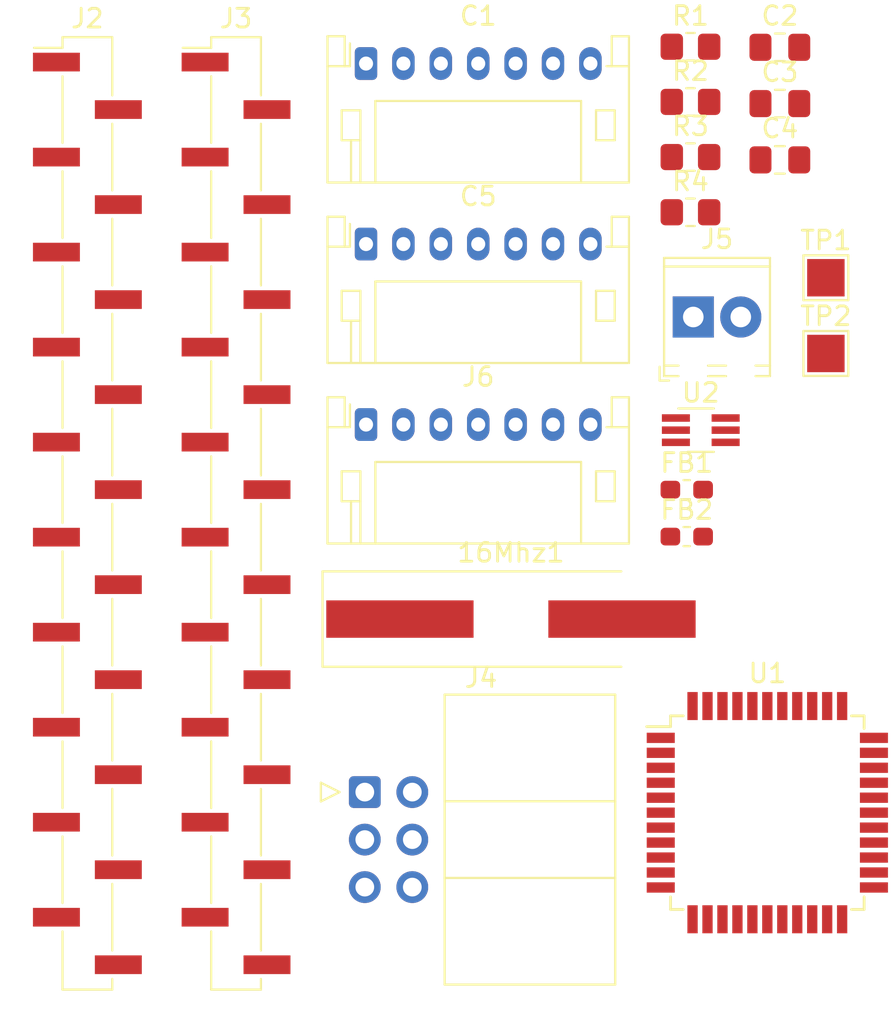
<source format=kicad_pcb>
(kicad_pcb (version 20220914) (generator pcbnew)
  (layers (0 "F.Cu" signal) (31 "B.Cu" signal) (34 "B.Paste" user) (35 "F.Paste" user) (36 "B.SilkS" user "B.Silkscreen") (37 "F.SilkS" user "F.Silkscreen") (38 "B.Mask" user) (39 "F.Mask" user) (44 "Edge.Cuts" user))
  (net 0 "")
  (net 1 "Net-(U1-XTAL2)")
  (net 2 "Net-(U1-XTAL1)")
  (net 3 "GND")
  (net 4 "+5V")
  (net 5 "Net-(J5-Pin_1)")
  (net 6 "Net-(J6-Pin_2)")
  (net 7 "/NUM_LED")
  (net 8 "/SCR_LED")
  (net 9 "/KPD_LED")
  (net 10 "/CAPS_LED")
  (net 11 "/KPD")
  (net 12 "/PGM")
  (net 13 "/EEP_SCL")
  (net 14 "/EEP_SDA")
  (net 25 "/MATRIX1")
  (net 26 "/MATRIX2")
  (net 27 "/MATRIX3")
  (net 28 "/MATRIX4")
  (net 29 "/MATRIX5")
  (net 30 "/MATRIX6")
  (net 31 "/MATRIX7")
  (net 32 "/MATRIX8")
  (net 36 "/BUZZER")
  (net 40 "/P138_SEL")
  (net 41 "/P138_A")
  (net 42 "/P138_B")
  (net 43 "/P138_C")
  (net 44 "/MISO")
  (net 45 "/SCK")
  (net 46 "/MOSI")
  (net 47 "/RST")
  (net 48 "/FS3")
  (net 49 "/D+")
  (net 50 "/D-")
  (net 51 "/FS1")
  (net 52 "/FS2")
  (net 53 "/USB_D-")
  (net 54 "/USB_D+")
  (net 55 "Net-(U1-PB4)")
  (net 56 "Net-(U1-PC4)")
  (footprint "TestPoint:TestPoint_Pad_2.0x2.0mm" (layer "F.Cu") (at 163.15 82.13)
    (fp_text reference "TP2" (at 0 -1.998) (layer "F.SilkS"))
    (fp_text value "TestPoint")
    (fp_line (start -1.2 -1.2) (end 1.2 -1.2) (stroke (width 0.12)) (layer "F.SilkS"))
    (fp_line (start -1.2 1.2) (end -1.2 -1.2) (stroke (width 0.12)) (layer "F.SilkS"))
    (fp_line (start 1.2 -1.2) (end 1.2 1.2) (stroke (width 0.12)) (layer "F.SilkS"))
    (fp_line (start 1.2 1.2) (end -1.2 1.2) (stroke (width 0.12)) (layer "F.SilkS"))
    (pad "1" smd rect (at 0 0) (size 2 2) (layers "F.Cu" "F.Mask") (net 56 "Net-(U1-PC4)"))
  )
  (footprint "Capacitor_SMD:C_0805_2012Metric_Pad1.18x1.45mm_HandSolder" (layer "F.Cu") (at 160.69 65.76)
    (fp_text reference "C2" (at 0 -1.68) (layer "F.SilkS"))
    (fp_text value "27p")
    (fp_line (start -0.261252 -0.735) (end 0.261252 -0.735) (stroke (width 0.12)) (layer "F.SilkS"))
    (fp_line (start -0.261252 0.735) (end 0.261252 0.735) (stroke (width 0.12)) (layer "F.SilkS"))
    (pad "1" smd roundrect (at -1.0375 0) (size 1.175 1.45) (layers "F.Cu" "F.Paste" "F.Mask") (roundrect_rratio 0.212766) (net 3 "GND"))
    (pad "2" smd roundrect (at 1.0375 0) (size 1.175 1.45) (layers "F.Cu" "F.Paste" "F.Mask") (roundrect_rratio 0.212766) (net 1 "Net-(U1-XTAL2)"))
  )
  (footprint "Resistor_SMD:R_0805_2012Metric_Pad1.20x1.40mm_HandSolder" (layer "F.Cu") (at 155.91 74.58)
    (fp_text reference "R4" (at 0 -1.65) (layer "F.SilkS"))
    (fp_text value "4k7")
    (fp_line (start -0.227064 -0.735) (end 0.227064 -0.735) (stroke (width 0.12)) (layer "F.SilkS"))
    (fp_line (start -0.227064 0.735) (end 0.227064 0.735) (stroke (width 0.12)) (layer "F.SilkS"))
    (pad "1" smd roundrect (at -1 0) (size 1.2 1.4) (layers "F.Cu" "F.Paste" "F.Mask") (roundrect_rratio 0.208333) (net 4 "+5V"))
    (pad "2" smd roundrect (at 1 0) (size 1.2 1.4) (layers "F.Cu" "F.Paste" "F.Mask") (roundrect_rratio 0.208333) (net 47 "/RST"))
  )
  (footprint "Connector_PinHeader_2.54mm:PinHeader_1x20_P2.54mm_Vertical_SMD_Pin1Left" (layer "F.Cu") (at 123.66 90.68)
    (fp_text reference "J2" (at 0 -26.46) (layer "F.SilkS"))
    (fp_text value "Conn_01x20")
    (fp_line (start -1.33 -25.46) (end -1.33 -24.89) (stroke (width 0.12)) (layer "F.SilkS"))
    (fp_line (start -1.33 -25.46) (end 1.33 -25.46) (stroke (width 0.12)) (layer "F.SilkS"))
    (fp_line (start -1.33 -24.89) (end -2.85 -24.89) (stroke (width 0.12)) (layer "F.SilkS"))
    (fp_line (start -1.33 -23.37) (end -1.33 -19.81) (stroke (width 0.12)) (layer "F.SilkS"))
    (fp_line (start -1.33 -18.29) (end -1.33 -14.73) (stroke (width 0.12)) (layer "F.SilkS"))
    (fp_line (start -1.33 -13.21) (end -1.33 -9.65) (stroke (width 0.12)) (layer "F.SilkS"))
    (fp_line (start -1.33 -8.13) (end -1.33 -4.57) (stroke (width 0.12)) (layer "F.SilkS"))
    (fp_line (start -1.33 -3.05) (end -1.33 0.51) (stroke (width 0.12)) (layer "F.SilkS"))
    (fp_line (start -1.33 2.03) (end -1.33 5.59) (stroke (width 0.12)) (layer "F.SilkS"))
    (fp_line (start -1.33 7.11) (end -1.33 10.67) (stroke (width 0.12)) (layer "F.SilkS"))
    (fp_line (start -1.33 12.19) (end -1.33 15.75) (stroke (width 0.12)) (layer "F.SilkS"))
    (fp_line (start -1.33 17.27) (end -1.33 20.83) (stroke (width 0.12)) (layer "F.SilkS"))
    (fp_line (start -1.33 22.35) (end -1.33 25.46) (stroke (width 0.12)) (layer "F.SilkS"))
    (fp_line (start -1.33 25.46) (end 1.33 25.46) (stroke (width 0.12)) (layer "F.SilkS"))
    (fp_line (start 1.33 -25.46) (end 1.33 -22.35) (stroke (width 0.12)) (layer "F.SilkS"))
    (fp_line (start 1.33 -20.83) (end 1.33 -17.27) (stroke (width 0.12)) (layer "F.SilkS"))
    (fp_line (start 1.33 -15.75) (end 1.33 -12.19) (stroke (width 0.12)) (layer "F.SilkS"))
    (fp_line (start 1.33 -10.67) (end 1.33 -7.11) (stroke (width 0.12)) (layer "F.SilkS"))
    (fp_line (start 1.33 -5.59) (end 1.33 -2.03) (stroke (width 0.12)) (layer "F.SilkS"))
    (fp_line (start 1.33 -0.51) (end 1.33 3.05) (stroke (width 0.12)) (layer "F.SilkS"))
    (fp_line (start 1.33 4.57) (end 1.33 8.13) (stroke (width 0.12)) (layer "F.SilkS"))
    (fp_line (start 1.33 9.65) (end 1.33 13.21) (stroke (width 0.12)) (layer "F.SilkS"))
    (fp_line (start 1.33 14.73) (end 1.33 18.29) (stroke (width 0.12)) (layer "F.SilkS"))
    (fp_line (start 1.33 19.81) (end 1.33 23.37) (stroke (width 0.12)) (layer "F.SilkS"))
    (fp_line (start 1.33 24.89) (end 1.33 25.46) (stroke (width 0.12)) (layer "F.SilkS"))
    (pad "1" smd rect (at -1.655 -24.13) (size 2.51 1) (layers "F.Cu" "F.Paste" "F.Mask") (net 7 "/NUM_LED"))
    (pad "2" smd rect (at 1.655 -21.59) (size 2.51 1) (layers "F.Cu" "F.Paste" "F.Mask") (net 8 "/SCR_LED"))
    (pad "3" smd rect (at -1.655 -19.05) (size 2.51 1) (layers "F.Cu" "F.Paste" "F.Mask") (net 9 "/KPD_LED"))
    (pad "4" smd rect (at 1.655 -16.51) (size 2.51 1) (layers "F.Cu" "F.Paste" "F.Mask") (net 10 "/CAPS_LED"))
    (pad "5" smd rect (at -1.655 -13.97) (size 2.51 1) (layers "F.Cu" "F.Paste" "F.Mask") (net 11 "/KPD"))
    (pad "6" smd rect (at 1.655 -11.43) (size 2.51 1) (layers "F.Cu" "F.Paste" "F.Mask") (net 12 "/PGM"))
    (pad "7" smd rect (at -1.655 -8.89) (size 2.51 1) (layers "F.Cu" "F.Paste" "F.Mask") (net 13 "/EEP_SCL"))
    (pad "8" smd rect (at 1.655 -6.35) (size 2.51 1) (layers "F.Cu" "F.Paste" "F.Mask") (net 14 "/EEP_SDA"))
    (pad "9" smd rect (at -1.655 -3.81) (size 2.51 1) (layers "F.Cu" "F.Paste" "F.Mask") (net 3 "GND"))
    (pad "10" smd rect (at 1.655 -1.27) (size 2.51 1) (layers "F.Cu" "F.Paste" "F.Mask"))
    (pad "11" smd rect (at -1.655 1.27) (size 2.51 1) (layers "F.Cu" "F.Paste" "F.Mask"))
    (pad "12" smd rect (at 1.655 3.81) (size 2.51 1) (layers "F.Cu" "F.Paste" "F.Mask"))
    (pad "13" smd rect (at -1.655 6.35) (size 2.51 1) (layers "F.Cu" "F.Paste" "F.Mask"))
    (pad "14" smd rect (at 1.655 8.89) (size 2.51 1) (layers "F.Cu" "F.Paste" "F.Mask"))
    (pad "15" smd rect (at -1.655 11.43) (size 2.51 1) (layers "F.Cu" "F.Paste" "F.Mask"))
    (pad "16" smd rect (at 1.655 13.97) (size 2.51 1) (layers "F.Cu" "F.Paste" "F.Mask"))
    (pad "17" smd rect (at -1.655 16.51) (size 2.51 1) (layers "F.Cu" "F.Paste" "F.Mask"))
    (pad "18" smd rect (at 1.655 19.05) (size 2.51 1) (layers "F.Cu" "F.Paste" "F.Mask"))
    (pad "19" smd rect (at -1.655 21.59) (size 2.51 1) (layers "F.Cu" "F.Paste" "F.Mask"))
    (pad "20" smd rect (at 1.655 24.13) (size 2.51 1) (layers "F.Cu" "F.Paste" "F.Mask") (net 3 "GND"))
  )
  (footprint "Resistor_SMD:R_0805_2012Metric_Pad1.20x1.40mm_HandSolder" (layer "F.Cu") (at 155.91 65.73)
    (fp_text reference "R1" (at 0 -1.65) (layer "F.SilkS"))
    (fp_text value "68R")
    (fp_line (start -0.227064 -0.735) (end 0.227064 -0.735) (stroke (width 0.12)) (layer "F.SilkS"))
    (fp_line (start -0.227064 0.735) (end 0.227064 0.735) (stroke (width 0.12)) (layer "F.SilkS"))
    (pad "1" smd roundrect (at -1 0) (size 1.2 1.4) (layers "F.Cu" "F.Paste" "F.Mask") (roundrect_rratio 0.208333) (net 53 "/USB_D-"))
    (pad "2" smd roundrect (at 1 0) (size 1.2 1.4) (layers "F.Cu" "F.Paste" "F.Mask") (roundrect_rratio 0.208333) (net 50 "/D-"))
  )
  (footprint "Connector_JST:JST_PH_S7B-PH-K_1x07_P2.00mm_Horizontal" (layer "F.Cu") (at 138.56 66.63)
    (fp_text reference "C1" (at 6 -2.55) (layer "F.SilkS"))
    (fp_text value "27p")
    (fp_line (start -2.06 -1.46) (end -2.06 6.36) (stroke (width 0.12)) (layer "F.SilkS"))
    (fp_line (start -2.06 0.14) (end -1.14 0.14) (stroke (width 0.12)) (layer "F.SilkS"))
    (fp_line (start -2.06 6.36) (end 14.06 6.36) (stroke (width 0.12)) (layer "F.SilkS"))
    (fp_line (start -1.3 2.5) (end -1.3 4.1) (stroke (width 0.12)) (layer "F.SilkS"))
    (fp_line (start -1.3 4.1) (end -0.3 4.1) (stroke (width 0.12)) (layer "F.SilkS"))
    (fp_line (start -1.14 -1.46) (end -2.06 -1.46) (stroke (width 0.12)) (layer "F.SilkS"))
    (fp_line (start -1.14 0.14) (end -1.14 -1.46) (stroke (width 0.12)) (layer "F.SilkS"))
    (fp_line (start -0.86 0.14) (end -1.14 0.14) (stroke (width 0.12)) (layer "F.SilkS"))
    (fp_line (start -0.86 0.14) (end -0.86 -1.075) (stroke (width 0.12)) (layer "F.SilkS"))
    (fp_line (start -0.8 4.1) (end -0.8 6.36) (stroke (width 0.12)) (layer "F.SilkS"))
    (fp_line (start -0.3 2.5) (end -1.3 2.5) (stroke (width 0.12)) (layer "F.SilkS"))
    (fp_line (start -0.3 4.1) (end -0.3 2.5) (stroke (width 0.12)) (layer "F.SilkS"))
    (fp_line (start -0.3 4.1) (end -0.3 6.36) (stroke (width 0.12)) (layer "F.SilkS"))
    (fp_line (start 0.5 2) (end 11.5 2) (stroke (width 0.12)) (layer "F.SilkS"))
    (fp_line (start 0.5 6.36) (end 0.5 2) (stroke (width 0.12)) (layer "F.SilkS"))
    (fp_line (start 11.5 2) (end 11.5 6.36) (stroke (width 0.12)) (layer "F.SilkS"))
    (fp_line (start 12.3 2.5) (end 13.3 2.5) (stroke (width 0.12)) (layer "F.SilkS"))
    (fp_line (start 12.3 4.1) (end 12.3 2.5) (stroke (width 0.12)) (layer "F.SilkS"))
    (fp_line (start 13.14 -1.46) (end 13.14 0.14) (stroke (width 0.12)) (layer "F.SilkS"))
    (fp_line (start 13.14 0.14) (end 12.86 0.14) (stroke (width 0.12)) (layer "F.SilkS"))
    (fp_line (start 13.3 2.5) (end 13.3 4.1) (stroke (width 0.12)) (layer "F.SilkS"))
    (fp_line (start 13.3 4.1) (end 12.3 4.1) (stroke (width 0.12)) (layer "F.SilkS"))
    (fp_line (start 14.06 -1.46) (end 13.14 -1.46) (stroke (width 0.12)) (layer "F.SilkS"))
    (fp_line (start 14.06 0.14) (end 13.14 0.14) (stroke (width 0.12)) (layer "F.SilkS"))
    (fp_line (start 14.06 6.36) (end 14.06 -1.46) (stroke (width 0.12)) (layer "F.SilkS"))
    (pad "1" thru_hole roundrect (at 0 0) (size 1.2 1.75) (drill 0.75) (layers *.Cu *.Mask) (roundrect_rratio 0.208333) (net 2 "Net-(U1-XTAL1)"))
    (pad "2" thru_hole oval (at 2 0) (size 1.2 1.75) (drill 0.75) (layers *.Cu *.Mask) (net 3 "GND"))
    (pad "3" thru_hole oval (at 4 0) (size 1.2 1.75) (drill 0.75) (layers *.Cu *.Mask))
    (pad "4" thru_hole oval (at 6 0) (size 1.2 1.75) (drill 0.75) (layers *.Cu *.Mask))
    (pad "5" thru_hole oval (at 8 0) (size 1.2 1.75) (drill 0.75) (layers *.Cu *.Mask))
    (pad "6" thru_hole oval (at 10 0) (size 1.2 1.75) (drill 0.75) (layers *.Cu *.Mask))
    (pad "7" thru_hole oval (at 12 0) (size 1.2 1.75) (drill 0.75) (layers *.Cu *.Mask))
  )
  (footprint "Connector_JST:JST_PH_S7B-PH-K_1x07_P2.00mm_Horizontal" (layer "F.Cu") (at 138.56 85.93)
    (fp_text reference "J6" (at 6 -2.55) (layer "F.SilkS"))
    (fp_text value "Conn_01x07")
    (fp_line (start -2.06 -1.46) (end -2.06 6.36) (stroke (width 0.12)) (layer "F.SilkS"))
    (fp_line (start -2.06 0.14) (end -1.14 0.14) (stroke (width 0.12)) (layer "F.SilkS"))
    (fp_line (start -2.06 6.36) (end 14.06 6.36) (stroke (width 0.12)) (layer "F.SilkS"))
    (fp_line (start -1.3 2.5) (end -1.3 4.1) (stroke (width 0.12)) (layer "F.SilkS"))
    (fp_line (start -1.3 4.1) (end -0.3 4.1) (stroke (width 0.12)) (layer "F.SilkS"))
    (fp_line (start -1.14 -1.46) (end -2.06 -1.46) (stroke (width 0.12)) (layer "F.SilkS"))
    (fp_line (start -1.14 0.14) (end -1.14 -1.46) (stroke (width 0.12)) (layer "F.SilkS"))
    (fp_line (start -0.86 0.14) (end -1.14 0.14) (stroke (width 0.12)) (layer "F.SilkS"))
    (fp_line (start -0.86 0.14) (end -0.86 -1.075) (stroke (width 0.12)) (layer "F.SilkS"))
    (fp_line (start -0.8 4.1) (end -0.8 6.36) (stroke (width 0.12)) (layer "F.SilkS"))
    (fp_line (start -0.3 2.5) (end -1.3 2.5) (stroke (width 0.12)) (layer "F.SilkS"))
    (fp_line (start -0.3 4.1) (end -0.3 2.5) (stroke (width 0.12)) (layer "F.SilkS"))
    (fp_line (start -0.3 4.1) (end -0.3 6.36) (stroke (width 0.12)) (layer "F.SilkS"))
    (fp_line (start 0.5 2) (end 11.5 2) (stroke (width 0.12)) (layer "F.SilkS"))
    (fp_line (start 0.5 6.36) (end 0.5 2) (stroke (width 0.12)) (layer "F.SilkS"))
    (fp_line (start 11.5 2) (end 11.5 6.36) (stroke (width 0.12)) (layer "F.SilkS"))
    (fp_line (start 12.3 2.5) (end 13.3 2.5) (stroke (width 0.12)) (layer "F.SilkS"))
    (fp_line (start 12.3 4.1) (end 12.3 2.5) (stroke (width 0.12)) (layer "F.SilkS"))
    (fp_line (start 13.14 -1.46) (end 13.14 0.14) (stroke (width 0.12)) (layer "F.SilkS"))
    (fp_line (start 13.14 0.14) (end 12.86 0.14) (stroke (width 0.12)) (layer "F.SilkS"))
    (fp_line (start 13.3 2.5) (end 13.3 4.1) (stroke (width 0.12)) (layer "F.SilkS"))
    (fp_line (start 13.3 4.1) (end 12.3 4.1) (stroke (width 0.12)) (layer "F.SilkS"))
    (fp_line (start 14.06 -1.46) (end 13.14 -1.46) (stroke (width 0.12)) (layer "F.SilkS"))
    (fp_line (start 14.06 0.14) (end 13.14 0.14) (stroke (width 0.12)) (layer "F.SilkS"))
    (fp_line (start 14.06 6.36) (end 14.06 -1.46) (stroke (width 0.12)) (layer "F.SilkS"))
    (pad "1" thru_hole roundrect (at 0 0) (size 1.2 1.75) (drill 0.75) (layers *.Cu *.Mask) (roundrect_rratio 0.208333) (net 48 "/FS3"))
    (pad "2" thru_hole oval (at 2 0) (size 1.2 1.75) (drill 0.75) (layers *.Cu *.Mask) (net 6 "Net-(J6-Pin_2)"))
    (pad "3" thru_hole oval (at 4 0) (size 1.2 1.75) (drill 0.75) (layers *.Cu *.Mask) (net 49 "/D+"))
    (pad "4" thru_hole oval (at 6 0) (size 1.2 1.75) (drill 0.75) (layers *.Cu *.Mask) (net 50 "/D-"))
    (pad "5" thru_hole oval (at 8 0) (size 1.2 1.75) (drill 0.75) (layers *.Cu *.Mask) (net 5 "Net-(J5-Pin_1)"))
    (pad "6" thru_hole oval (at 10 0) (size 1.2 1.75) (drill 0.75) (layers *.Cu *.Mask) (net 51 "/FS1"))
    (pad "7" thru_hole oval (at 12 0) (size 1.2 1.75) (drill 0.75) (layers *.Cu *.Mask) (net 52 "/FS2"))
  )
  (footprint "Inductor_SMD:L_0603_1608Metric_Pad1.05x0.95mm_HandSolder" (layer "F.Cu") (at 155.71 91.92)
    (fp_text reference "FB2" (at 0 -1.43) (layer "F.SilkS"))
    (fp_text value "FerriteBead")
    (fp_line (start -0.171267 -0.51) (end 0.171267 -0.51) (stroke (width 0.12)) (layer "F.SilkS"))
    (fp_line (start -0.171267 0.51) (end 0.171267 0.51) (stroke (width 0.12)) (layer "F.SilkS"))
    (pad "1" smd roundrect (at -0.875 0) (size 1.05 0.95) (layers "F.Cu" "F.Paste" "F.Mask") (net 6 "Net-(J6-Pin_2)"))
    (pad "2" smd roundrect (at 0.875 0) (size 1.05 0.95) (layers "F.Cu" "F.Paste" "F.Mask") (net 3 "GND"))
  )
  (footprint "Crystal:Crystal_SMD_HC49-SD_HandSoldering" (layer "F.Cu") (at 146.31 96.33)
    (fp_text reference "16Mhz1" (at 0 -3.55) (layer "F.SilkS"))
    (fp_text value "Crystal")
    (fp_line (start -10.075 -2.55) (end -10.075 2.55) (stroke (width 0.12)) (layer "F.SilkS"))
    (fp_line (start -10.075 2.55) (end 5.9 2.55) (stroke (width 0.12)) (layer "F.SilkS"))
    (fp_line (start 5.9 -2.55) (end -10.075 -2.55) (stroke (width 0.12)) (layer "F.SilkS"))
    (pad "1" smd rect (at -5.9375 0) (size 7.875 2) (layers "F.Cu" "F.Paste" "F.Mask") (net 1 "Net-(U1-XTAL2)"))
    (pad "2" smd rect (at 5.9375 0) (size 7.875 2) (layers "F.Cu" "F.Paste" "F.Mask") (net 2 "Net-(U1-XTAL1)"))
  )
  (footprint "Capacitor_SMD:C_0805_2012Metric_Pad1.18x1.45mm_HandSolder" (layer "F.Cu") (at 160.69 68.77)
    (fp_text reference "C3" (at 0 -1.68) (layer "F.SilkS"))
    (fp_text value "100n")
    (fp_line (start -0.261252 -0.735) (end 0.261252 -0.735) (stroke (width 0.12)) (layer "F.SilkS"))
    (fp_line (start -0.261252 0.735) (end 0.261252 0.735) (stroke (width 0.12)) (layer "F.SilkS"))
    (pad "1" smd roundrect (at -1.0375 0) (size 1.175 1.45) (layers "F.Cu" "F.Paste" "F.Mask") (roundrect_rratio 0.212766) (net 4 "+5V"))
    (pad "2" smd roundrect (at 1.0375 0) (size 1.175 1.45) (layers "F.Cu" "F.Paste" "F.Mask") (roundrect_rratio 0.212766) (net 3 "GND"))
  )
  (footprint "Package_QFP:TQFP-44_10x10mm_P0.8mm" (layer "F.Cu") (at 160.02 106.68)
    (fp_text reference "U1" (at 0 -7.45) (layer "F.SilkS"))
    (fp_text value "ATmega16-16A")
    (fp_line (start -5.175 -5.175) (end -5.175 -4.6) (stroke (width 0.15)) (layer "F.SilkS"))
    (fp_line (start -5.175 -5.175) (end -4.5 -5.175) (stroke (width 0.15)) (layer "F.SilkS"))
    (fp_line (start -5.175 -4.6) (end -6.45 -4.6) (stroke (width 0.15)) (layer "F.SilkS"))
    (fp_line (start -5.175 5.175) (end -5.175 4.5) (stroke (width 0.15)) (layer "F.SilkS"))
    (fp_line (start -5.175 5.175) (end -4.5 5.175) (stroke (width 0.15)) (layer "F.SilkS"))
    (fp_line (start 5.175 -5.175) (end 4.5 -5.175) (stroke (width 0.15)) (layer "F.SilkS"))
    (fp_line (start 5.175 -5.175) (end 5.175 -4.5) (stroke (width 0.15)) (layer "F.SilkS"))
    (fp_line (start 5.175 5.175) (end 4.5 5.175) (stroke (width 0.15)) (layer "F.SilkS"))
    (fp_line (start 5.175 5.175) (end 5.175 4.5) (stroke (width 0.15)) (layer "F.SilkS"))
    (pad "1" smd rect (at -5.7 -4) (size 1.5 0.55) (layers "F.Cu" "F.Paste" "F.Mask") (net 46 "/MOSI"))
    (pad "2" smd rect (at -5.7 -3.2) (size 1.5 0.55) (layers "F.Cu" "F.Paste" "F.Mask") (net 44 "/MISO"))
    (pad "3" smd rect (at -5.7 -2.4) (size 1.5 0.55) (layers "F.Cu" "F.Paste" "F.Mask") (net 45 "/SCK"))
    (pad "4" smd rect (at -5.7 -1.6) (size 1.5 0.55) (layers "F.Cu" "F.Paste" "F.Mask") (net 47 "/RST"))
    (pad "5" smd rect (at -5.7 -0.8) (size 1.5 0.55) (layers "F.Cu" "F.Paste" "F.Mask") (net 4 "+5V"))
    (pad "6" smd rect (at -5.7 0) (size 1.5 0.55) (layers "F.Cu" "F.Paste" "F.Mask") (net 3 "GND"))
    (pad "7" smd rect (at -5.7 0.8) (size 1.5 0.55) (layers "F.Cu" "F.Paste" "F.Mask") (net 1 "Net-(U1-XTAL2)"))
    (pad "8" smd rect (at -5.7 1.6) (size 1.5 0.55) (layers "F.Cu" "F.Paste" "F.Mask") (net 2 "Net-(U1-XTAL1)"))
    (pad "9" smd rect (at -5.7 2.4) (size 1.5 0.55) (layers "F.Cu" "F.Paste" "F.Mask"))
    (pad "10" smd rect (at -5.7 3.2) (size 1.5 0.55) (layers "F.Cu" "F.Paste" "F.Mask") (net 53 "/USB_D-"))
    (pad "11" smd rect (at -5.7 4) (size 1.5 0.55) (layers "F.Cu" "F.Paste" "F.Mask") (net 54 "/USB_D+"))
    (pad "12" smd rect (at -4 5.7 90) (size 1.5 0.55) (layers "F.Cu" "F.Paste" "F.Mask") (net 10 "/CAPS_LED"))
    (pad "13" smd rect (at -3.2 5.7 90) (size 1.5 0.55) (layers "F.Cu" "F.Paste" "F.Mask") (net 9 "/KPD_LED"))
    (pad "14" smd rect (at -2.4 5.7 90) (size 1.5 0.55) (layers "F.Cu" "F.Paste" "F.Mask") (net 8 "/SCR_LED"))
    (pad "15" smd rect (at -1.6 5.7 90) (size 1.5 0.55) (layers "F.Cu" "F.Paste" "F.Mask") (net 7 "/NUM_LED"))
    (pad "16" smd rect (at -0.8 5.7 90) (size 1.5 0.55) (layers "F.Cu" "F.Paste" "F.Mask") (net 36 "/BUZZER"))
    (pad "17" smd rect (at 0 5.7 90) (size 1.5 0.55) (layers "F.Cu" "F.Paste" "F.Mask") (net 4 "+5V"))
    (pad "18" smd rect (at 0.8 5.7 90) (size 1.5 0.55) (layers "F.Cu" "F.Paste" "F.Mask") (net 3 "GND"))
    (pad "19" smd rect (at 1.6 5.7 90) (size 1.5 0.55) (layers "F.Cu" "F.Paste" "F.Mask") (net 13 "/EEP_SCL"))
    (pad "20" smd rect (at 2.4 5.7 90) (size 1.5 0.55) (layers "F.Cu" "F.Paste" "F.Mask") (net 14 "/EEP_SDA"))
    (pad "21" smd rect (at 3.2 5.7 90) (size 1.5 0.55) (layers "F.Cu" "F.Paste" "F.Mask") (net 12 "/PGM"))
    (pad "22" smd rect (at 4 5.7 90) (size 1.5 0.55) (layers "F.Cu" "F.Paste" "F.Mask") (net 11 "/KPD"))
    (pad "23" smd rect (at 5.7 4) (size 1.5 0.55) (layers "F.Cu" "F.Paste" "F.Mask") (net 56 "Net-(U1-PC4)"))
    (pad "24" smd rect (at 5.7 3.2) (size 1.5 0.55) (layers "F.Cu" "F.Paste" "F.Mask") (net 48 "/FS3"))
    (pad "25" smd rect (at 5.7 2.4) (size 1.5 0.55) (layers "F.Cu" "F.Paste" "F.Mask") (net 52 "/FS2"))
    (pad "26" smd rect (at 5.7 1.6) (size 1.5 0.55) (layers "F.Cu" "F.Paste" "F.Mask") (net 51 "/FS1"))
    (pad "27" smd rect (at 5.7 0.8) (size 1.5 0.55) (layers "F.Cu" "F.Paste" "F.Mask") (net 4 "+5V"))
    (pad "28" smd rect (at 5.7 0) (size 1.5 0.55) (layers "F.Cu" "F.Paste" "F.Mask") (net 3 "GND"))
    (pad "29" smd rect (at 5.7 -0.8) (size 1.5 0.55) (layers "F.Cu" "F.Paste" "F.Mask"))
    (pad "30" smd rect (at 5.7 -1.6) (size 1.5 0.55) (layers "F.Cu" "F.Paste" "F.Mask") (net 32 "/MATRIX8"))
    (pad "31" smd rect (at 5.7 -2.4) (size 1.5 0.55) (layers "F.Cu" "F.Paste" "F.Mask") (net 31 "/MATRIX7"))
    (pad "32" smd rect (at 5.7 -3.2) (size 1.5 0.55) (layers "F.Cu" "F.Paste" "F.Mask") (net 30 "/MATRIX6"))
    (pad "33" smd rect (at 5.7 -4) (size 1.5 0.55) (layers "F.Cu" "F.Paste" "F.Mask") (net 29 "/MATRIX5"))
    (pad "34" smd rect (at 4 -5.7 90) (size 1.5 0.55) (layers "F.Cu" "F.Paste" "F.Mask") (net 28 "/MATRIX4"))
    (pad "35" smd rect (at 3.2 -5.7 90) (size 1.5 0.55) (layers "F.Cu" "F.Paste" "F.Mask") (net 27 "/MATRIX3"))
    (pad "36" smd rect (at 2.4 -5.7 90) (size 1.5 0.55) (layers "F.Cu" "F.Paste" "F.Mask") (net 26 "/MATRIX2"))
    (pad "37" smd rect (at 1.6 -5.7 90) (size 1.5 0.55) (layers "F.Cu" "F.Paste" "F.Mask") (net 25 "/MATRIX1"))
    (pad "38" smd rect (at 0.8 -5.7 90) (size 1.5 0.55) (layers "F.Cu" "F.Paste" "F.Mask") (net 4 "+5V"))
    (pad "39" smd rect (at 0 -5.7 90) (size 1.5 0.55) (layers "F.Cu" "F.Paste" "F.Mask") (net 3 "GND"))
    (pad "40" smd rect (at -0.8 -5.7 90) (size 1.5 0.55) (layers "F.Cu" "F.Paste" "F.Mask") (net 41 "/P138_A"))
    (pad "41" smd rect (at -1.6 -5.7 90) (size 1.5 0.55) (layers "F.Cu" "F.Paste" "F.Mask") (net 42 "/P138_B"))
    (pad "42" smd rect (at -2.4 -5.7 90) (size 1.5 0.55) (layers "F.Cu" "F.Paste" "F.Mask") (net 43 "/P138_C"))
    (pad "43" smd rect (at -3.2 -5.7 90) (size 1.5 0.55) (layers "F.Cu" "F.Paste" "F.Mask") (net 40 "/P138_SEL"))
    (pad "44" smd rect (at -4 -5.7 90) (size 1.5 0.55) (layers "F.Cu" "F.Paste" "F.Mask") (net 55 "Net-(U1-PB4)"))
  )
  (footprint "Connector_IDC:IDC-Header_2x03_P2.54mm_Horizontal" (layer "F.Cu") (at 138.495 105.58)
    (fp_text reference "J4" (at 6.215 -6.1) (layer "F.SilkS"))
    (fp_text value "Conn_02x03_Odd_Even")
    (fp_line (start -2.35 -0.5) (end -2.35 0.5) (stroke (width 0.12)) (layer "F.SilkS"))
    (fp_line (start -2.35 0.5) (end -1.35 0) (stroke (width 0.12)) (layer "F.SilkS"))
    (fp_line (start -1.35 0) (end -2.35 -0.5) (stroke (width 0.12)) (layer "F.SilkS"))
    (fp_line (start 4.27 -5.21) (end 13.39 -5.21) (stroke (width 0.12)) (layer "F.SilkS"))
    (fp_line (start 4.27 0.49) (end 13.39 0.49) (stroke (width 0.12)) (layer "F.SilkS"))
    (fp_line (start 4.27 4.59) (end 13.39 4.59) (stroke (width 0.12)) (layer "F.SilkS"))
    (fp_line (start 4.27 10.29) (end 4.27 -5.21) (stroke (width 0.12)) (layer "F.SilkS"))
    (fp_line (start 13.39 -5.21) (end 13.39 10.29) (stroke (width 0.12)) (layer "F.SilkS"))
    (fp_line (start 13.39 10.29) (end 4.27 10.29) (stroke (width 0.12)) (layer "F.SilkS"))
    (pad "1" thru_hole roundrect (at 0 0) (size 1.7 1.7) (drill 1) (layers *.Cu *.Mask) (roundrect_rratio 0.147059) (net 44 "/MISO"))
    (pad "2" thru_hole circle (at 2.54 0) (size 1.7 1.7) (drill 1) (layers *.Cu *.Mask) (net 4 "+5V"))
    (pad "3" thru_hole circle (at 0 2.54) (size 1.7 1.7) (drill 1) (layers *.Cu *.Mask) (net 45 "/SCK"))
    (pad "4" thru_hole circle (at 2.54 2.54) (size 1.7 1.7) (drill 1) (layers *.Cu *.Mask) (net 46 "/MOSI"))
    (pad "5" thru_hole circle (at 0 5.08) (size 1.7 1.7) (drill 1) (layers *.Cu *.Mask) (net 47 "/RST"))
    (pad "6" thru_hole circle (at 2.54 5.08) (size 1.7 1.7) (drill 1) (layers *.Cu *.Mask) (net 3 "GND"))
  )
  (footprint "Connector_PinHeader_2.54mm:PinHeader_1x20_P2.54mm_Vertical_SMD_Pin1Left" (layer "F.Cu") (at 131.61 90.68)
    (fp_text reference "J3" (at 0 -26.46) (layer "F.SilkS"))
    (fp_text value "Conn_01x20")
    (fp_line (start -1.33 -25.46) (end -1.33 -24.89) (stroke (width 0.12)) (layer "F.SilkS"))
    (fp_line (start -1.33 -25.46) (end 1.33 -25.46) (stroke (width 0.12)) (layer "F.SilkS"))
    (fp_line (start -1.33 -24.89) (end -2.85 -24.89) (stroke (width 0.12)) (layer "F.SilkS"))
    (fp_line (start -1.33 -23.37) (end -1.33 -19.81) (stroke (width 0.12)) (layer "F.SilkS"))
    (fp_line (start -1.33 -18.29) (end -1.33 -14.73) (stroke (width 0.12)) (layer "F.SilkS"))
    (fp_line (start -1.33 -13.21) (end -1.33 -9.65) (stroke (width 0.12)) (layer "F.SilkS"))
    (fp_line (start -1.33 -8.13) (end -1.33 -4.57) (stroke (width 0.12)) (layer "F.SilkS"))
    (fp_line (start -1.33 -3.05) (end -1.33 0.51) (stroke (width 0.12)) (layer "F.SilkS"))
    (fp_line (start -1.33 2.03) (end -1.33 5.59) (stroke (width 0.12)) (layer "F.SilkS"))
    (fp_line (start -1.33 7.11) (end -1.33 10.67) (stroke (width 0.12)) (layer "F.SilkS"))
    (fp_line (start -1.33 12.19) (end -1.33 15.75) (stroke (width 0.12)) (layer "F.SilkS"))
    (fp_line (start -1.33 17.27) (end -1.33 20.83) (stroke (width 0.12)) (layer "F.SilkS"))
    (fp_line (start -1.33 22.35) (end -1.33 25.46) (stroke (width 0.12)) (layer "F.SilkS"))
    (fp_line (start -1.33 25.46) (end 1.33 25.46) (stroke (width 0.12)) (layer "F.SilkS"))
    (fp_line (start 1.33 -25.46) (end 1.33 -22.35) (stroke (width 0.12)) (layer "F.SilkS"))
    (fp_line (start 1.33 -20.83) (end 1.33 -17.27) (stroke (width 0.12)) (layer "F.SilkS"))
    (fp_line (start 1.33 -15.75) (end 1.33 -12.19) (stroke (width 0.12)) (layer "F.SilkS"))
    (fp_line (start 1.33 -10.67) (end 1.33 -7.11) (stroke (width 0.12)) (layer "F.SilkS"))
    (fp_line (start 1.33 -5.59) (end 1.33 -2.03) (stroke (width 0.12)) (layer "F.SilkS"))
    (fp_line (start 1.33 -0.51) (end 1.33 3.05) (stroke (width 0.12)) (layer "F.SilkS"))
    (fp_line (start 1.33 4.57) (end 1.33 8.13) (stroke (width 0.12)) (layer "F.SilkS"))
    (fp_line (start 1.33 9.65) (end 1.33 13.21) (stroke (width 0.12)) (layer "F.SilkS"))
    (fp_line (start 1.33 14.73) (end 1.33 18.29) (stroke (width 0.12)) (layer "F.SilkS"))
    (fp_line (start 1.33 19.81) (end 1.33 23.37) (stroke (width 0.12)) (layer "F.SilkS"))
    (fp_line (start 1.33 24.89) (end 1.33 25.46) (stroke (width 0.12)) (layer "F.SilkS"))
    (pad "1" smd rect (at -1.655 -24.13) (size 2.51 1) (layers "F.Cu" "F.Paste" "F.Mask") (net 25 "/MATRIX1"))
    (pad "2" smd rect (at 1.655 -21.59) (size 2.51 1) (layers "F.Cu" "F.Paste" "F.Mask") (net 26 "/MATRIX2"))
    (pad "3" smd rect (at -1.655 -19.05) (size 2.51 1) (layers "F.Cu" "F.Paste" "F.Mask") (net 27 "/MATRIX3"))
    (pad "4" smd rect (at 1.655 -16.51) (size 2.51 1) (layers "F.Cu" "F.Paste" "F.Mask") (net 28 "/MATRIX4"))
    (pad "5" smd rect (at -1.655 -13.97) (size 2.51 1) (layers "F.Cu" "F.Paste" "F.Mask") (net 29 "/MATRIX5"))
    (pad "6" smd rect (at 1.655 -11.43) (size 2.51 1) (layers "F.Cu" "F.Paste" "F.Mask") (net 30 "/MATRIX6"))
    (pad "7" smd rect (at -1.655 -8.89) (size 2.51 1) (layers "F.Cu" "F.Paste" "F.Mask") (net 31 "/MATRIX7"))
    (pad "8" smd rect (at 1.655 -6.35) (size 2.51 1) (layers "F.Cu" "F.Paste" "F.Mask") (net 32 "/MATRIX8"))
    (pad "9" smd rect (at -1.655 -3.81) (size 2.51 1) (layers "F.Cu" "F.Paste" "F.Mask"))
    (pad "10" smd rect (at 1.655 -1.27) (size 2.51 1) (layers "F.Cu" "F.Paste" "F.Mask"))
    (pad "11" smd rect (at -1.655 1.27) (size 2.51 1) (layers "F.Cu" "F.Paste" "F.Mask"))
    (pad "12" smd rect (at 1.655 3.81) (size 2.51 1) (layers "F.Cu" "F.Paste" "F.Mask") (net 36 "/BUZZER"))
    (pad "13" smd rect (at -1.655 6.35) (size 2.51 1) (layers "F.Cu" "F.Paste" "F.Mask"))
    (pad "14" smd rect (at 1.655 8.89) (size 2.51 1) (layers "F.Cu" "F.Paste" "F.Mask"))
    (pad "15" smd rect (at -1.655 11.43) (size 2.51 1) (layers "F.Cu" "F.Paste" "F.Mask"))
    (pad "16" smd rect (at 1.655 13.97) (size 2.51 1) (layers "F.Cu" "F.Paste" "F.Mask") (net 40 "/P138_SEL"))
    (pad "17" smd rect (at -1.655 16.51) (size 2.51 1) (layers "F.Cu" "F.Paste" "F.Mask") (net 43 "/P138_C"))
    (pad "18" smd rect (at 1.655 19.05) (size 2.51 1) (layers "F.Cu" "F.Paste" "F.Mask") (net 42 "/P138_B"))
    (pad "19" smd rect (at -1.655 21.59) (size 2.51 1) (layers "F.Cu" "F.Paste" "F.Mask") (net 41 "/P138_A"))
    (pad "20" smd rect (at 1.655 24.13) (size 2.51 1) (layers "F.Cu" "F.Paste" "F.Mask") (net 4 "+5V"))
  )
  (footprint "Capacitor_SMD:C_0805_2012Metric_Pad1.18x1.45mm_HandSolder" (layer "F.Cu") (at 160.69 71.78)
    (fp_text reference "C4" (at 0 -1.68) (layer "F.SilkS"))
    (fp_text value "4u7")
    (fp_line (start -0.261252 -0.735) (end 0.261252 -0.735) (stroke (width 0.12)) (layer "F.SilkS"))
    (fp_line (start -0.261252 0.735) (end 0.261252 0.735) (stroke (width 0.12)) (layer "F.SilkS"))
    (pad "1" smd roundrect (at -1.0375 0) (size 1.175 1.45) (layers "F.Cu" "F.Paste" "F.Mask") (roundrect_rratio 0.212766) (net 4 "+5V"))
    (pad "2" smd roundrect (at 1.0375 0) (size 1.175 1.45) (layers "F.Cu" "F.Paste" "F.Mask") (roundrect_rratio 0.212766) (net 3 "GND"))
  )
  (footprint "Resistor_SMD:R_0805_2012Metric_Pad1.20x1.40mm_HandSolder" (layer "F.Cu") (at 155.91 68.68)
    (fp_text reference "R2" (at 0 -1.65) (layer "F.SilkS"))
    (fp_text value "68R")
    (fp_line (start -0.227064 -0.735) (end 0.227064 -0.735) (stroke (width 0.12)) (layer "F.SilkS"))
    (fp_line (start -0.227064 0.735) (end 0.227064 0.735) (stroke (width 0.12)) (layer "F.SilkS"))
    (pad "1" smd roundrect (at -1 0) (size 1.2 1.4) (layers "F.Cu" "F.Paste" "F.Mask") (roundrect_rratio 0.208333) (net 49 "/D+"))
    (pad "2" smd roundrect (at 1 0) (size 1.2 1.4) (layers "F.Cu" "F.Paste" "F.Mask") (roundrect_rratio 0.208333) (net 54 "/USB_D+"))
  )
  (footprint "Connector_JST:JST_PH_S7B-PH-K_1x07_P2.00mm_Horizontal" (layer "F.Cu") (at 138.56 76.28)
    (fp_text reference "C5" (at 6 -2.55) (layer "F.SilkS"))
    (fp_text value "1u")
    (fp_line (start -2.06 -1.46) (end -2.06 6.36) (stroke (width 0.12)) (layer "F.SilkS"))
    (fp_line (start -2.06 0.14) (end -1.14 0.14) (stroke (width 0.12)) (layer "F.SilkS"))
    (fp_line (start -2.06 6.36) (end 14.06 6.36) (stroke (width 0.12)) (layer "F.SilkS"))
    (fp_line (start -1.3 2.5) (end -1.3 4.1) (stroke (width 0.12)) (layer "F.SilkS"))
    (fp_line (start -1.3 4.1) (end -0.3 4.1) (stroke (width 0.12)) (layer "F.SilkS"))
    (fp_line (start -1.14 -1.46) (end -2.06 -1.46) (stroke (width 0.12)) (layer "F.SilkS"))
    (fp_line (start -1.14 0.14) (end -1.14 -1.46) (stroke (width 0.12)) (layer "F.SilkS"))
    (fp_line (start -0.86 0.14) (end -1.14 0.14) (stroke (width 0.12)) (layer "F.SilkS"))
    (fp_line (start -0.86 0.14) (end -0.86 -1.075) (stroke (width 0.12)) (layer "F.SilkS"))
    (fp_line (start -0.8 4.1) (end -0.8 6.36) (stroke (width 0.12)) (layer "F.SilkS"))
    (fp_line (start -0.3 2.5) (end -1.3 2.5) (stroke (width 0.12)) (layer "F.SilkS"))
    (fp_line (start -0.3 4.1) (end -0.3 2.5) (stroke (width 0.12)) (layer "F.SilkS"))
    (fp_line (start -0.3 4.1) (end -0.3 6.36) (stroke (width 0.12)) (layer "F.SilkS"))
    (fp_line (start 0.5 2) (end 11.5 2) (stroke (width 0.12)) (layer "F.SilkS"))
    (fp_line (start 0.5 6.36) (end 0.5 2) (stroke (width 0.12)) (layer "F.SilkS"))
    (fp_line (start 11.5 2) (end 11.5 6.36) (stroke (width 0.12)) (layer "F.SilkS"))
    (fp_line (start 12.3 2.5) (end 13.3 2.5) (stroke (width 0.12)) (layer "F.SilkS"))
    (fp_line (start 12.3 4.1) (end 12.3 2.5) (stroke (width 0.12)) (layer "F.SilkS"))
    (fp_line (start 13.14 -1.46) (end 13.14 0.14) (stroke (width 0.12)) (layer "F.SilkS"))
    (fp_line (start 13.14 0.14) (end 12.86 0.14) (stroke (width 0.12)) (layer "F.SilkS"))
    (fp_line (start 13.3 2.5) (end 13.3 4.1) (stroke (width 0.12)) (layer "F.SilkS"))
    (fp_line (start 13.3 4.1) (end 12.3 4.1) (stroke (width 0.12)) (layer "F.SilkS"))
    (fp_line (start 14.06 -1.46) (end 13.14 -1.46) (stroke (width 0.12)) (layer "F.SilkS"))
    (fp_line (start 14.06 0.14) (end 13.14 0.14) (stroke (width 0.12)) (layer "F.SilkS"))
    (fp_line (start 14.06 6.36) (end 14.06 -1.46) (stroke (width 0.12)) (layer "F.SilkS"))
    (pad "1" thru_hole roundrect (at 0 0) (size 1.2 1.75) (drill 0.75) (layers *.Cu *.Mask) (roundrect_rratio 0.208333) (net 4 "+5V"))
    (pad "2" thru_hole oval (at 2 0) (size 1.2 1.75) (drill 0.75) (layers *.Cu *.Mask) (net 3 "GND"))
    (pad "3" thru_hole oval (at 4 0) (size 1.2 1.75) (drill 0.75) (layers *.Cu *.Mask))
    (pad "4" thru_hole oval (at 6 0) (size 1.2 1.75) (drill 0.75) (layers *.Cu *.Mask))
    (pad "5" thru_hole oval (at 8 0) (size 1.2 1.75) (drill 0.75) (layers *.Cu *.Mask))
    (pad "6" thru_hole oval (at 10 0) (size 1.2 1.75) (drill 0.75) (layers *.Cu *.Mask))
    (pad "7" thru_hole oval (at 12 0) (size 1.2 1.75) (drill 0.75) (layers *.Cu *.Mask))
  )
  (footprint "Inductor_SMD:L_0603_1608Metric_Pad1.05x0.95mm_HandSolder" (layer "F.Cu") (at 155.71 89.41)
    (fp_text reference "FB1" (at 0 -1.43) (layer "F.SilkS"))
    (fp_text value "FerriteBead")
    (fp_line (start -0.171267 -0.51) (end 0.171267 -0.51) (stroke (width 0.12)) (layer "F.SilkS"))
    (fp_line (start -0.171267 0.51) (end 0.171267 0.51) (stroke (width 0.12)) (layer "F.SilkS"))
    (pad "1" smd roundrect (at -0.875 0) (size 1.05 0.95) (layers "F.Cu" "F.Paste" "F.Mask") (net 4 "+5V"))
    (pad "2" smd roundrect (at 0.875 0) (size 1.05 0.95) (layers "F.Cu" "F.Paste" "F.Mask") (net 5 "Net-(J5-Pin_1)"))
  )
  (footprint "Resistor_SMD:R_0805_2012Metric_Pad1.20x1.40mm_HandSolder" (layer "F.Cu") (at 155.91 71.63)
    (fp_text reference "R3" (at 0 -1.65) (layer "F.SilkS"))
    (fp_text value "1k5")
    (fp_line (start -0.227064 -0.735) (end 0.227064 -0.735) (stroke (width 0.12)) (layer "F.SilkS"))
    (fp_line (start -0.227064 0.735) (end 0.227064 0.735) (stroke (width 0.12)) (layer "F.SilkS"))
    (pad "1" smd roundrect (at -1 0) (size 1.2 1.4) (layers "F.Cu" "F.Paste" "F.Mask") (roundrect_rratio 0.208333) (net 4 "+5V"))
    (pad "2" smd roundrect (at 1 0) (size 1.2 1.4) (layers "F.Cu" "F.Paste" "F.Mask") (roundrect_rratio 0.208333) (net 50 "/D-"))
  )
  (footprint "Package_TO_SOT_SMD:SOT-363_SC-70-6_Handsoldering" (layer "F.Cu") (at 156.46 86.23)
    (fp_text reference "U2" (at 0 -2) (layer "F.SilkS"))
    (fp_text value "D1213A-04S")
    (fp_line (start -0.7 1.16) (end 0.7 1.16) (stroke (width 0.12)) (layer "F.SilkS"))
    (fp_line (start 0.7 -1.16) (end -1.2 -1.16) (stroke (width 0.12)) (layer "F.SilkS"))
    (pad "1" smd rect (at -1.33 -0.65) (size 1.5 0.4) (layers "F.Cu" "F.Paste" "F.Mask") (net 50 "/D-"))
    (pad "2" smd rect (at -1.33 0) (size 1.5 0.4) (layers "F.Cu" "F.Paste" "F.Mask") (net 3 "GND"))
    (pad "3" smd rect (at -1.33 0.65) (size 1.5 0.4) (layers "F.Cu" "F.Paste" "F.Mask") (net 49 "/D+"))
    (pad "4" smd rect (at 1.33 0.65) (size 1.5 0.4) (layers "F.Cu" "F.Paste" "F.Mask"))
    (pad "5" smd rect (at 1.33 0) (size 1.5 0.4) (layers "F.Cu" "F.Paste" "F.Mask") (net 4 "+5V"))
    (pad "6" smd rect (at 1.33 -0.65) (size 1.5 0.4) (layers "F.Cu" "F.Paste" "F.Mask"))
  )
  (footprint "TerminalBlock_Phoenix:TerminalBlock_Phoenix_MPT-0,5-2-2.54_1x02_P2.54mm_Horizontal" (layer "F.Cu") (at 156.06 80.18)
    (fp_text reference "J5" (at 1.27 -4.16) (layer "F.SilkS"))
    (fp_text value "Screw_Terminal_01x02")
    (fp_line (start -1.8 2.66) (end -1.8 3.4) (stroke (width 0.12)) (layer "F.SilkS"))
    (fp_line (start -1.8 3.4) (end -1.3 3.4) (stroke (width 0.12)) (layer "F.SilkS"))
    (fp_line (start -1.56 -3.16) (end -1.56 3.16) (stroke (width 0.12)) (layer "F.SilkS"))
    (fp_line (start -1.56 -3.16) (end 4.1 -3.16) (stroke (width 0.12)) (layer "F.SilkS"))
    (fp_line (start -1.56 -2.7) (end 4.1 -2.7) (stroke (width 0.12)) (layer "F.SilkS"))
    (fp_line (start -1.56 2.6) (end -0.79 2.6) (stroke (width 0.12)) (layer "F.SilkS"))
    (fp_line (start -1.56 3.16) (end -0.79 3.16) (stroke (width 0.12)) (layer "F.SilkS"))
    (fp_line (start 0.79 2.6) (end 1.75 2.6) (stroke (width 0.12)) (layer "F.SilkS"))
    (fp_line (start 0.79 3.16) (end 1.75 3.16) (stroke (width 0.12)) (layer "F.SilkS"))
    (fp_line (start 3.33 2.6) (end 4.1 2.6) (stroke (width 0.12)) (layer "F.SilkS"))
    (fp_line (start 3.33 3.16) (end 4.1 3.16) (stroke (width 0.12)) (layer "F.SilkS"))
    (fp_line (start 4.1 -3.16) (end 4.1 3.16) (stroke (width 0.12)) (layer "F.SilkS"))
    (pad "" np_thru_hole circle (at 0 2.54) (size 1.1 1.1) (drill 1.1) (layers *.Cu *.Mask))
    (pad "" np_thru_hole circle (at 2.54 2.54) (size 1.1 1.1) (drill 1.1) (layers *.Cu *.Mask))
    (pad "1" thru_hole rect (at 0 0) (size 2.2 2.2) (drill 1.1) (layers *.Cu *.Mask) (net 5 "Net-(J5-Pin_1)"))
    (pad "2" thru_hole circle (at 2.54 0) (size 2.2 2.2) (drill 1.1) (layers *.Cu *.Mask) (net 3 "GND"))
  )
  (footprint "TestPoint:TestPoint_Pad_2.0x2.0mm" (layer "F.Cu") (at 163.15 78.08)
    (fp_text reference "TP1" (at 0 -1.998) (layer "F.SilkS"))
    (fp_text value "TestPoint")
    (fp_line (start -1.2 -1.2) (end 1.2 -1.2) (stroke (width 0.12)) (layer "F.SilkS"))
    (fp_line (start -1.2 1.2) (end -1.2 -1.2) (stroke (width 0.12)) (layer "F.SilkS"))
    (fp_line (start 1.2 -1.2) (end 1.2 1.2) (stroke (width 0.12)) (layer "F.SilkS"))
    (fp_line (start 1.2 1.2) (end -1.2 1.2) (stroke (width 0.12)) (layer "F.SilkS"))
    (pad "1" smd rect (at 0 0) (size 2 2) (layers "F.Cu" "F.Mask") (net 55 "Net-(U1-PB4)"))
  )
)
</source>
